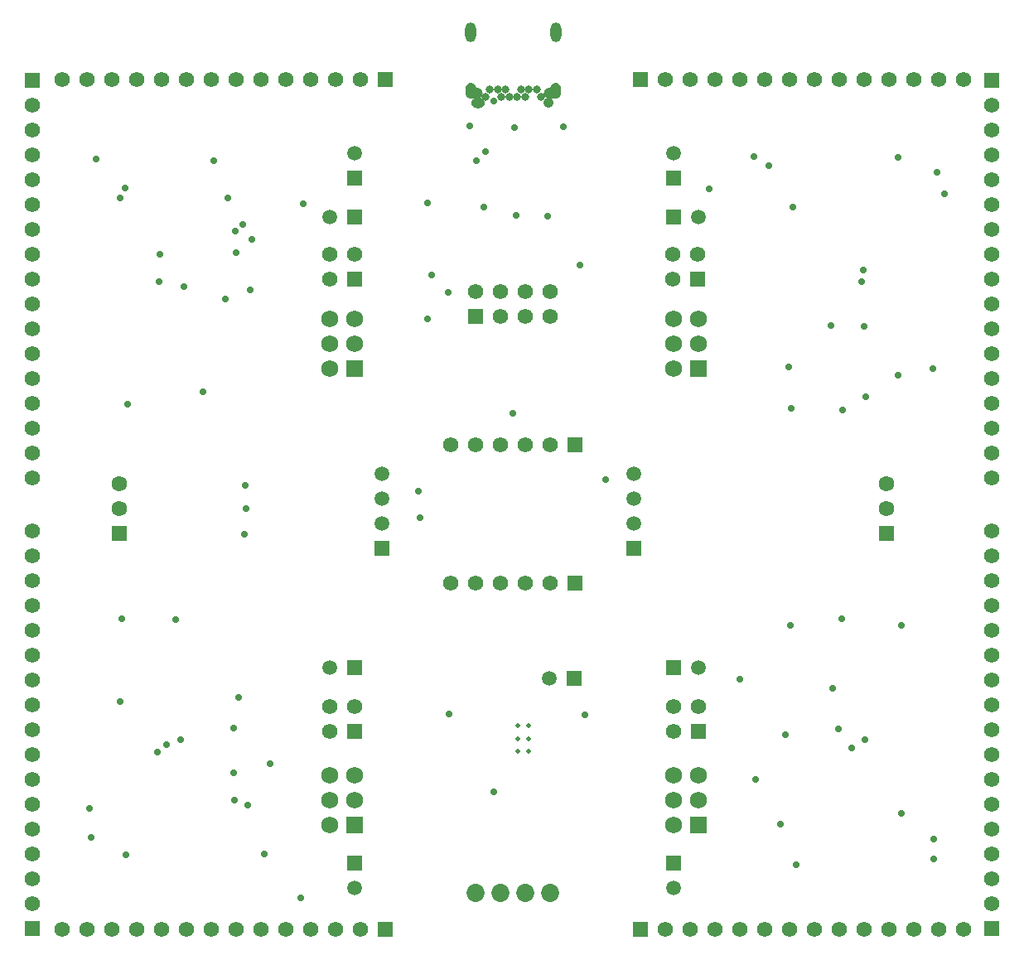
<source format=gbr>
G04*
G04 #@! TF.GenerationSoftware,Altium Limited,Altium Designer,25.8.1 (18)*
G04*
G04 Layer_Color=16711935*
%FSLAX44Y44*%
%MOMM*%
G71*
G04*
G04 #@! TF.SameCoordinates,C16DD730-3532-4E92-A171-7A7C9FC4E97E*
G04*
G04*
G04 #@! TF.FilePolarity,Negative*
G04*
G01*
G75*
%ADD43C,1.5200*%
%ADD44C,0.8032*%
%ADD45C,1.5932*%
%ADD46C,1.5700*%
%ADD47C,1.8532*%
%ADD48R,1.5700X1.5700*%
%ADD49C,1.5732*%
%ADD50R,1.5932X1.5932*%
%ADD51R,1.5200X1.5200*%
%ADD52C,1.7532*%
%ADD53R,1.7532X1.7532*%
%ADD54R,1.5200X1.5200*%
%ADD55R,1.5732X1.5732*%
%ADD56R,1.5700X1.5700*%
%ADD57C,1.0532*%
%ADD58O,1.1032X2.0032*%
%ADD59C,0.7032*%
%ADD60C,0.5000*%
G36*
X619590Y943990D02*
X619870Y943970D01*
X620160Y943930D01*
X620440Y943880D01*
X620720Y943810D01*
X621000Y943730D01*
X621270Y943630D01*
X621540Y943520D01*
X621800Y943400D01*
X622050Y943260D01*
X622300Y943110D01*
X622530Y942950D01*
X622760Y942770D01*
X622980Y942590D01*
X623190Y942390D01*
X623390Y942180D01*
X623570Y941960D01*
X623750Y941730D01*
X623910Y941500D01*
X624060Y941250D01*
X624200Y941000D01*
X624320Y940740D01*
X624430Y940470D01*
X624530Y940200D01*
X624610Y939920D01*
X624680Y939640D01*
X624730Y939360D01*
X624770Y939070D01*
X624790Y938790D01*
X624800Y938500D01*
Y933500D01*
X624790Y933210D01*
X624770Y932930D01*
X624730Y932640D01*
X624680Y932360D01*
X624610Y932080D01*
X624530Y931800D01*
X624430Y931530D01*
X624320Y931260D01*
X624200Y931000D01*
X624060Y930750D01*
X623910Y930500D01*
X623750Y930270D01*
X623570Y930040D01*
X623390Y929820D01*
X623190Y929610D01*
X622980Y929410D01*
X622760Y929230D01*
X622530Y929050D01*
X622300Y928890D01*
X622050Y928740D01*
X621800Y928600D01*
X621540Y928480D01*
X621270Y928370D01*
X621000Y928270D01*
X620720Y928190D01*
X620440Y928120D01*
X620160Y928070D01*
X619870Y928030D01*
X619590Y928010D01*
X619300Y928000D01*
X612800D01*
X612510Y928010D01*
X612230Y928030D01*
X611940Y928070D01*
X611660Y928120D01*
X611380Y928190D01*
X611100Y928270D01*
X610830Y928370D01*
X610560Y928480D01*
X610300Y928600D01*
X610050Y928740D01*
X609800Y928890D01*
X609570Y929050D01*
X609340Y929230D01*
X609120Y929410D01*
X608910Y929610D01*
X608710Y929820D01*
X608530Y930040D01*
X608350Y930270D01*
X608190Y930500D01*
X608040Y930750D01*
X607900Y931000D01*
X607780Y931260D01*
X607670Y931530D01*
X607570Y931800D01*
X607490Y932080D01*
X607420Y932360D01*
X607370Y932640D01*
X607330Y932930D01*
X607310Y933210D01*
X607300Y933500D01*
X607310Y933790D01*
X607330Y934070D01*
X607370Y934360D01*
X607420Y934640D01*
X607490Y934920D01*
X607570Y935200D01*
X607670Y935470D01*
X607780Y935740D01*
X607900Y936000D01*
X608040Y936250D01*
X608190Y936500D01*
X608350Y936730D01*
X608530Y936960D01*
X608710Y937180D01*
X608910Y937390D01*
X609120Y937590D01*
X609340Y937770D01*
X609570Y937950D01*
X609800Y938110D01*
X610050Y938260D01*
X610300Y938400D01*
X610560Y938520D01*
X610830Y938630D01*
X611100Y938730D01*
X611380Y938810D01*
X611660Y938880D01*
X611940Y938930D01*
X612230Y938970D01*
X612510Y938990D01*
X612800Y939000D01*
X613800D01*
X613830Y939250D01*
X613880Y939500D01*
X613930Y939750D01*
X614000Y940000D01*
X614080Y940240D01*
X614160Y940480D01*
X614260Y940720D01*
X614370Y940950D01*
X614490Y941170D01*
X614620Y941390D01*
X614760Y941600D01*
X614910Y941810D01*
X615070Y942010D01*
X615240Y942200D01*
X615410Y942390D01*
X615600Y942560D01*
X615790Y942730D01*
X615990Y942890D01*
X616200Y943040D01*
X616410Y943180D01*
X616630Y943310D01*
X616850Y943430D01*
X617080Y943540D01*
X617320Y943640D01*
X617560Y943720D01*
X617800Y943800D01*
X618050Y943870D01*
X618300Y943920D01*
X618550Y943970D01*
X618800Y944000D01*
X619300D01*
X619590Y943990D01*
D02*
G37*
G36*
X533450Y943970D02*
X533700Y943920D01*
X533950Y943870D01*
X534200Y943800D01*
X534440Y943720D01*
X534680Y943640D01*
X534920Y943540D01*
X535150Y943430D01*
X535370Y943310D01*
X535590Y943180D01*
X535800Y943040D01*
X536010Y942890D01*
X536210Y942730D01*
X536400Y942560D01*
X536590Y942390D01*
X536760Y942200D01*
X536930Y942010D01*
X537090Y941810D01*
X537240Y941600D01*
X537380Y941390D01*
X537510Y941170D01*
X537630Y940950D01*
X537740Y940720D01*
X537840Y940480D01*
X537920Y940240D01*
X538000Y940000D01*
X538070Y939750D01*
X538120Y939500D01*
X538170Y939250D01*
X538200Y939000D01*
X539200D01*
X539490Y938990D01*
X539770Y938970D01*
X540060Y938930D01*
X540340Y938880D01*
X540620Y938810D01*
X540900Y938730D01*
X541170Y938630D01*
X541440Y938520D01*
X541700Y938400D01*
X541950Y938260D01*
X542200Y938110D01*
X542430Y937950D01*
X542660Y937770D01*
X542880Y937590D01*
X543090Y937390D01*
X543290Y937180D01*
X543470Y936960D01*
X543650Y936730D01*
X543810Y936500D01*
X543960Y936250D01*
X544100Y936000D01*
X544220Y935740D01*
X544330Y935470D01*
X544430Y935200D01*
X544510Y934920D01*
X544580Y934640D01*
X544630Y934360D01*
X544670Y934070D01*
X544690Y933790D01*
X544700Y933500D01*
X544690Y933210D01*
X544670Y932930D01*
X544630Y932640D01*
X544580Y932360D01*
X544510Y932080D01*
X544430Y931800D01*
X544330Y931530D01*
X544220Y931260D01*
X544100Y931000D01*
X543960Y930750D01*
X543810Y930500D01*
X543650Y930270D01*
X543470Y930040D01*
X543290Y929820D01*
X543090Y929610D01*
X542880Y929410D01*
X542660Y929230D01*
X542430Y929050D01*
X542200Y928890D01*
X541950Y928740D01*
X541930Y928729D01*
X542050Y928720D01*
X542320Y928690D01*
X542590Y928640D01*
X542860Y928570D01*
X543120Y928490D01*
X543380Y928400D01*
X543640Y928300D01*
X543880Y928180D01*
X544120Y928050D01*
X544360Y927900D01*
X544590Y927750D01*
X544800Y927580D01*
X545010Y927400D01*
X545210Y927210D01*
X545400Y927010D01*
X545580Y926800D01*
X545750Y926590D01*
X545900Y926360D01*
X546050Y926120D01*
X546180Y925880D01*
X546300Y925640D01*
X546400Y925380D01*
X546490Y925120D01*
X546570Y924860D01*
X546640Y924590D01*
X546690Y924320D01*
X546720Y924050D01*
X546740Y923770D01*
X546750Y923500D01*
X546740Y923230D01*
X546720Y922950D01*
X546690Y922680D01*
X546640Y922410D01*
X546570Y922140D01*
X546490Y921880D01*
X546400Y921620D01*
X546300Y921360D01*
X546180Y921120D01*
X546050Y920880D01*
X545900Y920640D01*
X545750Y920410D01*
X545580Y920200D01*
X545400Y919990D01*
X545210Y919790D01*
X545010Y919600D01*
X544800Y919420D01*
X544590Y919250D01*
X544360Y919100D01*
X544120Y918950D01*
X543880Y918820D01*
X543640Y918700D01*
X543380Y918600D01*
X543120Y918510D01*
X542860Y918430D01*
X542590Y918360D01*
X542320Y918310D01*
X542050Y918280D01*
X541770Y918260D01*
X541500Y918250D01*
X538500D01*
X538230Y918260D01*
X537950Y918280D01*
X537680Y918310D01*
X537410Y918360D01*
X537140Y918430D01*
X536880Y918510D01*
X536620Y918600D01*
X536360Y918700D01*
X536120Y918820D01*
X535870Y918950D01*
X535640Y919100D01*
X535410Y919250D01*
X535200Y919420D01*
X534990Y919600D01*
X534790Y919790D01*
X534600Y919990D01*
X534420Y920200D01*
X534250Y920410D01*
X534100Y920640D01*
X533950Y920880D01*
X533820Y921120D01*
X533700Y921360D01*
X533600Y921620D01*
X533510Y921880D01*
X533430Y922140D01*
X533360Y922410D01*
X533310Y922680D01*
X533280Y922950D01*
X533260Y923230D01*
X533250Y923500D01*
X533260Y923770D01*
X533280Y924050D01*
X533310Y924320D01*
X533360Y924590D01*
X533430Y924860D01*
X533510Y925120D01*
X533600Y925380D01*
X533700Y925640D01*
X533820Y925880D01*
X533950Y926120D01*
X534100Y926360D01*
X534250Y926590D01*
X534420Y926800D01*
X534600Y927010D01*
X534790Y927210D01*
X534990Y927400D01*
X535200Y927580D01*
X535410Y927750D01*
X535640Y927900D01*
X535793Y928000D01*
X532700D01*
X532410Y928010D01*
X532130Y928030D01*
X531840Y928070D01*
X531560Y928120D01*
X531280Y928190D01*
X531000Y928270D01*
X530730Y928370D01*
X530460Y928480D01*
X530200Y928600D01*
X529950Y928740D01*
X529700Y928890D01*
X529470Y929050D01*
X529240Y929230D01*
X529020Y929410D01*
X528810Y929610D01*
X528610Y929820D01*
X528430Y930040D01*
X528250Y930270D01*
X528090Y930500D01*
X527940Y930750D01*
X527800Y931000D01*
X527680Y931260D01*
X527570Y931530D01*
X527470Y931800D01*
X527390Y932080D01*
X527320Y932360D01*
X527270Y932640D01*
X527230Y932930D01*
X527210Y933210D01*
X527200Y933500D01*
Y938500D01*
X527210Y938790D01*
X527230Y939070D01*
X527270Y939360D01*
X527320Y939640D01*
X527390Y939920D01*
X527470Y940200D01*
X527570Y940470D01*
X527680Y940740D01*
X527800Y941000D01*
X527940Y941250D01*
X528090Y941500D01*
X528250Y941730D01*
X528430Y941960D01*
X528610Y942180D01*
X528810Y942390D01*
X529020Y942590D01*
X529240Y942770D01*
X529470Y942950D01*
X529700Y943110D01*
X529950Y943260D01*
X530200Y943400D01*
X530460Y943520D01*
X530730Y943630D01*
X531000Y943730D01*
X531280Y943810D01*
X531560Y943880D01*
X531840Y943930D01*
X532130Y943970D01*
X532410Y943990D01*
X532700Y944000D01*
X533200D01*
X533450Y943970D01*
D02*
G37*
D43*
X765000Y346250D02*
D03*
X740160Y871980D02*
D03*
Y120900D02*
D03*
X414020Y871980D02*
D03*
Y120900D02*
D03*
X699262Y493750D02*
D03*
X442214D02*
D03*
X699262Y544550D02*
D03*
X442214D02*
D03*
X765000Y806720D02*
D03*
X442214Y519150D02*
D03*
X699262D02*
D03*
X388620Y806720D02*
D03*
X613000Y335000D02*
D03*
X388620Y346250D02*
D03*
D44*
X604000Y930000D02*
D03*
X548000D02*
D03*
X564000D02*
D03*
X588000D02*
D03*
X580000D02*
D03*
X572000D02*
D03*
X584000Y937000D02*
D03*
X592000D02*
D03*
X600000D02*
D03*
X568000D02*
D03*
X560000D02*
D03*
X552000D02*
D03*
D45*
X957500Y533900D02*
D03*
Y508500D02*
D03*
X173250Y508500D02*
D03*
Y533900D02*
D03*
D46*
X512500Y432562D02*
D03*
X614100Y730700D02*
D03*
X588700D02*
D03*
X563300D02*
D03*
X537900D02*
D03*
X563300Y705300D02*
D03*
X588700D02*
D03*
X614100D02*
D03*
X614100Y432562D02*
D03*
X563300Y574294D02*
D03*
Y432562D02*
D03*
X512500Y574294D02*
D03*
X1065020Y921140D02*
D03*
Y895740D02*
D03*
Y819540D02*
D03*
Y692540D02*
D03*
Y743340D02*
D03*
Y616340D02*
D03*
Y844940D02*
D03*
Y641740D02*
D03*
Y768740D02*
D03*
Y565540D02*
D03*
Y870340D02*
D03*
Y794140D02*
D03*
Y667140D02*
D03*
Y590940D02*
D03*
Y717940D02*
D03*
Y540140D02*
D03*
X731010Y947650D02*
D03*
X756410D02*
D03*
X781810D02*
D03*
X807210D02*
D03*
X832610D02*
D03*
X858010D02*
D03*
X883410D02*
D03*
X908810D02*
D03*
X934210D02*
D03*
X959610D02*
D03*
X985010D02*
D03*
X1010410D02*
D03*
X1035810D02*
D03*
X537900Y432562D02*
D03*
X588700D02*
D03*
X537900Y574294D02*
D03*
X588700D02*
D03*
X614100D02*
D03*
X1065020Y105000D02*
D03*
Y130400D02*
D03*
Y155800D02*
D03*
Y181200D02*
D03*
Y206600D02*
D03*
Y232000D02*
D03*
Y257400D02*
D03*
Y282800D02*
D03*
Y308200D02*
D03*
Y333600D02*
D03*
Y359000D02*
D03*
Y384400D02*
D03*
Y409800D02*
D03*
Y435200D02*
D03*
Y460600D02*
D03*
Y486000D02*
D03*
X731010Y78700D02*
D03*
X756410D02*
D03*
X781810D02*
D03*
X807210D02*
D03*
X832610D02*
D03*
X858010D02*
D03*
X883410Y78700D02*
D03*
X908810Y78700D02*
D03*
X934210D02*
D03*
X959610D02*
D03*
X985010D02*
D03*
X1010410D02*
D03*
X1035810D02*
D03*
X84270Y486000D02*
D03*
Y460600D02*
D03*
Y435200D02*
D03*
Y409800D02*
D03*
Y384400D02*
D03*
Y359000D02*
D03*
Y333600D02*
D03*
Y308200D02*
D03*
Y282800D02*
D03*
Y257400D02*
D03*
Y232000D02*
D03*
Y206600D02*
D03*
Y181200D02*
D03*
Y155800D02*
D03*
Y130400D02*
D03*
Y105000D02*
D03*
X84270Y540140D02*
D03*
Y743340D02*
D03*
Y565540D02*
D03*
X115060Y947650D02*
D03*
X140460D02*
D03*
X165860D02*
D03*
X191260D02*
D03*
X216660D02*
D03*
X242060D02*
D03*
X267460D02*
D03*
X292860D02*
D03*
X318260D02*
D03*
X343660D02*
D03*
X369060D02*
D03*
X394460D02*
D03*
X419860D02*
D03*
X84270Y590940D02*
D03*
Y616340D02*
D03*
Y641740D02*
D03*
Y667140D02*
D03*
Y692540D02*
D03*
Y717940D02*
D03*
Y768740D02*
D03*
Y794140D02*
D03*
Y819540D02*
D03*
Y844940D02*
D03*
Y870340D02*
D03*
Y895740D02*
D03*
Y921140D02*
D03*
X419860Y78700D02*
D03*
X394460D02*
D03*
X369060D02*
D03*
X343660D02*
D03*
X318260D02*
D03*
X292860D02*
D03*
X267460D02*
D03*
X242060D02*
D03*
X216660D02*
D03*
X191260D02*
D03*
X165860D02*
D03*
X140460D02*
D03*
X115060D02*
D03*
D47*
X537900Y116250D02*
D03*
X588700D02*
D03*
X563300D02*
D03*
X614100D02*
D03*
D48*
X537900Y705300D02*
D03*
X639500Y574294D02*
D03*
X705610Y947650D02*
D03*
X639500Y432562D02*
D03*
X705610Y78700D02*
D03*
X445260Y947650D02*
D03*
X445260Y78700D02*
D03*
D49*
X414020Y306700D02*
D03*
X414020Y768600D02*
D03*
X739600Y306700D02*
D03*
X738756Y768600D02*
D03*
X764156D02*
D03*
X738756Y743200D02*
D03*
X739600Y281300D02*
D03*
X765000Y306700D02*
D03*
X388620Y743200D02*
D03*
Y768600D02*
D03*
X388620Y306700D02*
D03*
Y281300D02*
D03*
D50*
X957500Y483100D02*
D03*
X173250Y483100D02*
D03*
D51*
X414020Y346250D02*
D03*
X638400Y335000D02*
D03*
X414020Y806720D02*
D03*
X739600Y346250D02*
D03*
X739600Y806720D02*
D03*
D52*
X414020Y211000D02*
D03*
X414150Y677500D02*
D03*
X739600Y210764D02*
D03*
X739600Y677500D02*
D03*
X739600Y185364D02*
D03*
X739600Y652100D02*
D03*
Y702900D02*
D03*
X765000D02*
D03*
Y677500D02*
D03*
X739600Y236164D02*
D03*
X414150Y702900D02*
D03*
X414020Y236400D02*
D03*
X765000Y210764D02*
D03*
Y236164D02*
D03*
X388620Y211000D02*
D03*
Y185600D02*
D03*
X388750Y652100D02*
D03*
Y677500D02*
D03*
Y702900D02*
D03*
X388620Y236400D02*
D03*
D53*
X414020Y185600D02*
D03*
X414150Y652100D02*
D03*
X765000Y652100D02*
D03*
X765000Y185364D02*
D03*
D54*
X740160Y846580D02*
D03*
X414020D02*
D03*
Y146300D02*
D03*
X740160D02*
D03*
X442214Y468350D02*
D03*
X699262D02*
D03*
D55*
X764156Y743200D02*
D03*
X414020Y743200D02*
D03*
X414020Y281300D02*
D03*
X765000Y281300D02*
D03*
D56*
X1065020Y946540D02*
D03*
X1065020Y79600D02*
D03*
X84270Y79600D02*
D03*
X84270Y946540D02*
D03*
D57*
X612000Y923500D02*
D03*
X540000D02*
D03*
D58*
X619300Y995500D02*
D03*
X532700D02*
D03*
D59*
X900706Y696000D02*
D03*
X284250Y826250D02*
D03*
X179701Y836612D02*
D03*
X644250Y757750D02*
D03*
X546000Y817500D02*
D03*
X934500Y695500D02*
D03*
X509500Y729750D02*
D03*
X670500Y538936D02*
D03*
X577277Y898079D02*
D03*
X649000Y298250D02*
D03*
X556268Y219000D02*
D03*
X327250Y248500D02*
D03*
X290000Y284750D02*
D03*
X144250Y172750D02*
D03*
X321250Y156250D02*
D03*
X304250Y205500D02*
D03*
X295000Y316250D02*
D03*
X176000Y396000D02*
D03*
X180000Y154750D02*
D03*
X143000Y202750D02*
D03*
X864750Y144500D02*
D03*
X902500Y325000D02*
D03*
X908000Y283750D02*
D03*
X853750Y278190D02*
D03*
X807750Y334500D02*
D03*
X849250Y186250D02*
D03*
X972750Y389250D02*
D03*
X972500Y197000D02*
D03*
X859500Y389750D02*
D03*
X912125Y396000D02*
D03*
X1005332Y171450D02*
D03*
X969518Y867918D02*
D03*
X1016508Y830834D02*
D03*
X857758Y653796D02*
D03*
X627126Y898906D02*
D03*
X836930Y859536D02*
D03*
X776310Y836000D02*
D03*
X969518Y644906D02*
D03*
X912500Y610000D02*
D03*
X1005840Y150754D02*
D03*
X823250Y231750D02*
D03*
X531622Y899668D02*
D03*
X547370Y874014D02*
D03*
X269690Y864921D02*
D03*
X361188Y820166D02*
D03*
X150114Y866394D02*
D03*
X308864Y784352D02*
D03*
X307594Y732536D02*
D03*
X259080Y628650D02*
D03*
X231000Y395750D02*
D03*
X821944Y868934D02*
D03*
X538480Y864870D02*
D03*
X611564Y807906D02*
D03*
X578659Y808228D02*
D03*
X302541Y508708D02*
D03*
X555941Y925765D02*
D03*
X488535Y821286D02*
D03*
X493000Y748000D02*
D03*
X488000Y703000D02*
D03*
X510000Y299000D02*
D03*
X302000Y533000D02*
D03*
X299720Y799338D02*
D03*
X359000Y111000D02*
D03*
X174000Y312000D02*
D03*
X212000Y260000D02*
D03*
X222000Y268000D02*
D03*
X236000Y273000D02*
D03*
X290000Y239000D02*
D03*
X291000Y211000D02*
D03*
X301000Y483000D02*
D03*
X478790Y527050D02*
D03*
X481140Y499712D02*
D03*
X182118Y615188D02*
D03*
X213868Y741172D02*
D03*
X214630Y768858D02*
D03*
X239522Y735838D02*
D03*
X281940Y723392D02*
D03*
X292100Y792226D02*
D03*
X293116Y770128D02*
D03*
X174017Y826222D02*
D03*
X576000Y606000D02*
D03*
X922000Y264000D02*
D03*
X935000Y273000D02*
D03*
X860000Y611000D02*
D03*
X862000Y817393D02*
D03*
X932389Y740991D02*
D03*
X934000Y753000D02*
D03*
X936000Y623000D02*
D03*
X1005000Y652000D02*
D03*
X1009000Y853000D02*
D03*
D60*
X580750Y286826D02*
D03*
X591750D02*
D03*
Y273826D02*
D03*
Y260826D02*
D03*
X580750D02*
D03*
Y273826D02*
D03*
M02*

</source>
